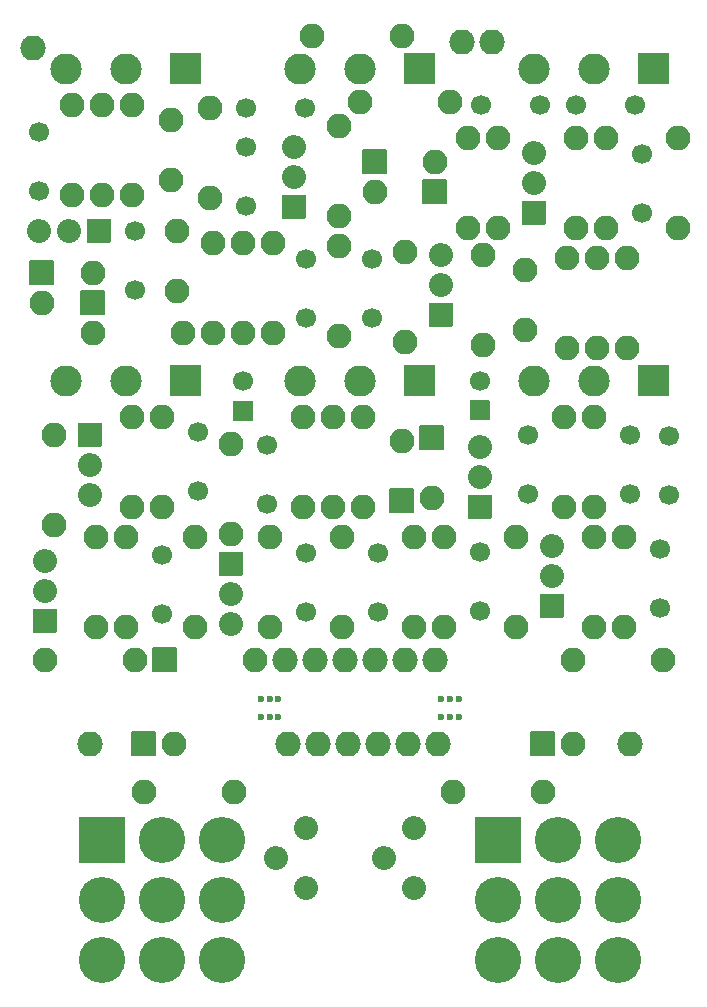
<source format=gbr>
G04 #@! TF.GenerationSoftware,KiCad,Pcbnew,(5.1.8-0-10_14)*
G04 #@! TF.CreationDate,2020-12-11T16:45:24+01:00*
G04 #@! TF.ProjectId,fluff,666c7566-662e-46b6-9963-61645f706362,rev?*
G04 #@! TF.SameCoordinates,Original*
G04 #@! TF.FileFunction,Soldermask,Bot*
G04 #@! TF.FilePolarity,Negative*
%FSLAX46Y46*%
G04 Gerber Fmt 4.6, Leading zero omitted, Abs format (unit mm)*
G04 Created by KiCad (PCBNEW (5.1.8-0-10_14)) date 2020-12-11 16:45:24*
%MOMM*%
%LPD*%
G01*
G04 APERTURE LIST*
%ADD10O,2.640000X2.640000*%
%ADD11C,0.600000*%
%ADD12O,3.916000X3.916000*%
%ADD13O,2.030400X2.030400*%
%ADD14O,2.100000X2.100000*%
%ADD15O,2.132000X2.132000*%
%ADD16C,1.700000*%
G04 APERTURE END LIST*
D10*
X95504000Y-166370000D03*
X100584000Y-166370000D03*
G36*
G01*
X106984000Y-165100000D02*
X106984000Y-167640000D01*
G75*
G02*
X106934000Y-167690000I-50000J0D01*
G01*
X104394000Y-167690000D01*
G75*
G02*
X104344000Y-167640000I0J50000D01*
G01*
X104344000Y-165100000D01*
G75*
G02*
X104394000Y-165050000I50000J0D01*
G01*
X106934000Y-165050000D01*
G75*
G02*
X106984000Y-165100000I0J-50000D01*
G01*
G37*
D11*
X93714000Y-194806000D03*
X92214000Y-194806000D03*
X92214000Y-193306000D03*
X93714000Y-193306000D03*
X92964000Y-194806000D03*
X92964000Y-193306000D03*
X108966000Y-194806000D03*
X107466000Y-194806000D03*
X107466000Y-193306000D03*
X108966000Y-193306000D03*
X108216000Y-194806000D03*
X108216000Y-193306000D03*
G36*
G01*
X114226000Y-203324000D02*
X114226000Y-207140000D01*
G75*
G02*
X114176000Y-207190000I-50000J0D01*
G01*
X110360000Y-207190000D01*
G75*
G02*
X110310000Y-207140000I0J50000D01*
G01*
X110310000Y-203324000D01*
G75*
G02*
X110360000Y-203274000I50000J0D01*
G01*
X114176000Y-203274000D01*
G75*
G02*
X114226000Y-203324000I0J-50000D01*
G01*
G37*
D12*
X112268000Y-210312000D03*
X112268000Y-215392000D03*
X117348000Y-205232000D03*
X117348000Y-210312000D03*
X117348000Y-215392000D03*
X122428000Y-205232000D03*
X122428000Y-210312000D03*
X122428000Y-215392000D03*
G36*
G01*
X80698000Y-203324000D02*
X80698000Y-207140000D01*
G75*
G02*
X80648000Y-207190000I-50000J0D01*
G01*
X76832000Y-207190000D01*
G75*
G02*
X76782000Y-207140000I0J50000D01*
G01*
X76782000Y-203324000D01*
G75*
G02*
X76832000Y-203274000I50000J0D01*
G01*
X80648000Y-203274000D01*
G75*
G02*
X80698000Y-203324000I0J-50000D01*
G01*
G37*
X78740000Y-210312000D03*
X78740000Y-215392000D03*
X83820000Y-205232000D03*
X83820000Y-210312000D03*
X83820000Y-215392000D03*
X88900000Y-205232000D03*
X88900000Y-210312000D03*
X88900000Y-215392000D03*
D10*
X115316000Y-166370000D03*
X120396000Y-166370000D03*
G36*
G01*
X126796000Y-165100000D02*
X126796000Y-167640000D01*
G75*
G02*
X126746000Y-167690000I-50000J0D01*
G01*
X124206000Y-167690000D01*
G75*
G02*
X124156000Y-167640000I0J50000D01*
G01*
X124156000Y-165100000D01*
G75*
G02*
X124206000Y-165050000I50000J0D01*
G01*
X126746000Y-165050000D01*
G75*
G02*
X126796000Y-165100000I0J-50000D01*
G01*
G37*
D13*
X105156000Y-204216000D03*
X102616000Y-206756000D03*
X105156000Y-209296000D03*
X96012000Y-204216000D03*
X93472000Y-206756000D03*
X96012000Y-209296000D03*
D10*
X95504000Y-139954000D03*
X100584000Y-139954000D03*
G36*
G01*
X106984000Y-138684000D02*
X106984000Y-141224000D01*
G75*
G02*
X106934000Y-141274000I-50000J0D01*
G01*
X104394000Y-141274000D01*
G75*
G02*
X104344000Y-141224000I0J50000D01*
G01*
X104344000Y-138684000D01*
G75*
G02*
X104394000Y-138634000I50000J0D01*
G01*
X106934000Y-138634000D01*
G75*
G02*
X106984000Y-138684000I0J-50000D01*
G01*
G37*
X75692000Y-166370000D03*
X80772000Y-166370000D03*
G36*
G01*
X87172000Y-165100000D02*
X87172000Y-167640000D01*
G75*
G02*
X87122000Y-167690000I-50000J0D01*
G01*
X84582000Y-167690000D01*
G75*
G02*
X84532000Y-167640000I0J50000D01*
G01*
X84532000Y-165100000D01*
G75*
G02*
X84582000Y-165050000I50000J0D01*
G01*
X87122000Y-165050000D01*
G75*
G02*
X87172000Y-165100000I0J-50000D01*
G01*
G37*
X115316000Y-139954000D03*
X120396000Y-139954000D03*
G36*
G01*
X126796000Y-138684000D02*
X126796000Y-141224000D01*
G75*
G02*
X126746000Y-141274000I-50000J0D01*
G01*
X124206000Y-141274000D01*
G75*
G02*
X124156000Y-141224000I0J50000D01*
G01*
X124156000Y-138684000D01*
G75*
G02*
X124206000Y-138634000I50000J0D01*
G01*
X126746000Y-138634000D01*
G75*
G02*
X126796000Y-138684000I0J-50000D01*
G01*
G37*
X75692000Y-139954000D03*
X80772000Y-139954000D03*
G36*
G01*
X87172000Y-138684000D02*
X87172000Y-141224000D01*
G75*
G02*
X87122000Y-141274000I-50000J0D01*
G01*
X84582000Y-141274000D01*
G75*
G02*
X84532000Y-141224000I0J50000D01*
G01*
X84532000Y-138684000D01*
G75*
G02*
X84582000Y-138634000I50000J0D01*
G01*
X87122000Y-138634000D01*
G75*
G02*
X87172000Y-138684000I0J-50000D01*
G01*
G37*
D14*
X123190000Y-155956000D03*
X123190000Y-163576000D03*
X126238000Y-189992000D03*
X118618000Y-189992000D03*
X113792000Y-179578000D03*
X113792000Y-187198000D03*
X107696000Y-187198000D03*
X107696000Y-179578000D03*
X108458000Y-201168000D03*
X116078000Y-201168000D03*
X122936000Y-179578000D03*
X122936000Y-187198000D03*
X120396000Y-179578000D03*
X120396000Y-187198000D03*
X76200000Y-143002000D03*
X76200000Y-150622000D03*
X89916000Y-201168000D03*
X82296000Y-201168000D03*
X96520000Y-137160000D03*
X104140000Y-137160000D03*
X98806000Y-152400000D03*
X98806000Y-144780000D03*
X78740000Y-143002000D03*
X78740000Y-150622000D03*
X87884000Y-143256000D03*
X87884000Y-150876000D03*
X90678000Y-162306000D03*
X90678000Y-154686000D03*
X118872000Y-145796000D03*
X118872000Y-153416000D03*
X121412000Y-145796000D03*
X121412000Y-153416000D03*
X93218000Y-162306000D03*
X93218000Y-154686000D03*
X98806000Y-162560000D03*
X98806000Y-154940000D03*
X104394000Y-155448000D03*
X104394000Y-163068000D03*
X120650000Y-155956000D03*
X120650000Y-163576000D03*
X81280000Y-150622000D03*
X81280000Y-143002000D03*
X88138000Y-154686000D03*
X88138000Y-162306000D03*
X127508000Y-145796000D03*
X127508000Y-153416000D03*
X120396000Y-169418000D03*
X120396000Y-177038000D03*
X118110000Y-163576000D03*
X118110000Y-155956000D03*
X112268000Y-145796000D03*
X112268000Y-153416000D03*
X109728000Y-153416000D03*
X109728000Y-145796000D03*
X100584000Y-142748000D03*
X108204000Y-142748000D03*
X85598000Y-162306000D03*
X77978000Y-162306000D03*
X110998000Y-155702000D03*
X110998000Y-163322000D03*
X117856000Y-169418000D03*
X117856000Y-177038000D03*
X83820000Y-169418000D03*
X83820000Y-177038000D03*
X81534000Y-189992000D03*
X73914000Y-189992000D03*
X80772000Y-187198000D03*
X80772000Y-179578000D03*
X86614000Y-179578000D03*
X86614000Y-187198000D03*
X92964000Y-179578000D03*
X92964000Y-187198000D03*
X105156000Y-179578000D03*
X105156000Y-187198000D03*
X100838000Y-169418000D03*
X100838000Y-177038000D03*
X95758000Y-169418000D03*
X95758000Y-177038000D03*
X99060000Y-187198000D03*
X99060000Y-179578000D03*
X98298000Y-177038000D03*
X98298000Y-169418000D03*
X89662000Y-171704000D03*
X89662000Y-179324000D03*
X81280000Y-169418000D03*
X81280000Y-177038000D03*
X74676000Y-178562000D03*
X74676000Y-170942000D03*
X78232000Y-179578000D03*
X78232000Y-187198000D03*
D13*
X116840000Y-180340000D03*
X116840000Y-182880000D03*
G36*
G01*
X115874800Y-184404800D02*
X117805200Y-184404800D01*
G75*
G02*
X117855200Y-184454800I0J-50000D01*
G01*
X117855200Y-186385200D01*
G75*
G02*
X117805200Y-186435200I-50000J0D01*
G01*
X115874800Y-186435200D01*
G75*
G02*
X115824800Y-186385200I0J50000D01*
G01*
X115824800Y-184454800D01*
G75*
G02*
X115874800Y-184404800I50000J0D01*
G01*
G37*
X94996000Y-146558000D03*
X94996000Y-149098000D03*
G36*
G01*
X94030800Y-150622800D02*
X95961200Y-150622800D01*
G75*
G02*
X96011200Y-150672800I0J-50000D01*
G01*
X96011200Y-152603200D01*
G75*
G02*
X95961200Y-152653200I-50000J0D01*
G01*
X94030800Y-152653200D01*
G75*
G02*
X93980800Y-152603200I0J50000D01*
G01*
X93980800Y-150672800D01*
G75*
G02*
X94030800Y-150622800I50000J0D01*
G01*
G37*
X73406000Y-153670000D03*
X75946000Y-153670000D03*
G36*
G01*
X77470800Y-154635200D02*
X77470800Y-152704800D01*
G75*
G02*
X77520800Y-152654800I50000J0D01*
G01*
X79451200Y-152654800D01*
G75*
G02*
X79501200Y-152704800I0J-50000D01*
G01*
X79501200Y-154635200D01*
G75*
G02*
X79451200Y-154685200I-50000J0D01*
G01*
X77520800Y-154685200D01*
G75*
G02*
X77470800Y-154635200I0J50000D01*
G01*
G37*
X115316000Y-147066000D03*
X115316000Y-149606000D03*
G36*
G01*
X114350800Y-151130800D02*
X116281200Y-151130800D01*
G75*
G02*
X116331200Y-151180800I0J-50000D01*
G01*
X116331200Y-153111200D01*
G75*
G02*
X116281200Y-153161200I-50000J0D01*
G01*
X114350800Y-153161200D01*
G75*
G02*
X114300800Y-153111200I0J50000D01*
G01*
X114300800Y-151180800D01*
G75*
G02*
X114350800Y-151130800I50000J0D01*
G01*
G37*
X107442000Y-155702000D03*
X107442000Y-158242000D03*
G36*
G01*
X106476800Y-159766800D02*
X108407200Y-159766800D01*
G75*
G02*
X108457200Y-159816800I0J-50000D01*
G01*
X108457200Y-161747200D01*
G75*
G02*
X108407200Y-161797200I-50000J0D01*
G01*
X106476800Y-161797200D01*
G75*
G02*
X106426800Y-161747200I0J50000D01*
G01*
X106426800Y-159816800D01*
G75*
G02*
X106476800Y-159766800I50000J0D01*
G01*
G37*
X73914000Y-181610000D03*
X73914000Y-184150000D03*
G36*
G01*
X72948800Y-185674800D02*
X74879200Y-185674800D01*
G75*
G02*
X74929200Y-185724800I0J-50000D01*
G01*
X74929200Y-187655200D01*
G75*
G02*
X74879200Y-187705200I-50000J0D01*
G01*
X72948800Y-187705200D01*
G75*
G02*
X72898800Y-187655200I0J50000D01*
G01*
X72898800Y-185724800D01*
G75*
G02*
X72948800Y-185674800I50000J0D01*
G01*
G37*
G36*
G01*
X88696800Y-180848800D02*
X90627200Y-180848800D01*
G75*
G02*
X90677200Y-180898800I0J-50000D01*
G01*
X90677200Y-182829200D01*
G75*
G02*
X90627200Y-182879200I-50000J0D01*
G01*
X88696800Y-182879200D01*
G75*
G02*
X88646800Y-182829200I0J50000D01*
G01*
X88646800Y-180898800D01*
G75*
G02*
X88696800Y-180848800I50000J0D01*
G01*
G37*
X89662000Y-184404000D03*
X89662000Y-186944000D03*
X110744000Y-171958000D03*
X110744000Y-174498000D03*
G36*
G01*
X109778800Y-176022800D02*
X111709200Y-176022800D01*
G75*
G02*
X111759200Y-176072800I0J-50000D01*
G01*
X111759200Y-178003200D01*
G75*
G02*
X111709200Y-178053200I-50000J0D01*
G01*
X109778800Y-178053200D01*
G75*
G02*
X109728800Y-178003200I0J50000D01*
G01*
X109728800Y-176072800D01*
G75*
G02*
X109778800Y-176022800I50000J0D01*
G01*
G37*
X77724000Y-176022000D03*
X77724000Y-173482000D03*
G36*
G01*
X78689200Y-171957200D02*
X76758800Y-171957200D01*
G75*
G02*
X76708800Y-171907200I0J50000D01*
G01*
X76708800Y-169976800D01*
G75*
G02*
X76758800Y-169926800I50000J0D01*
G01*
X78689200Y-169926800D01*
G75*
G02*
X78739200Y-169976800I0J-50000D01*
G01*
X78739200Y-171907200D01*
G75*
G02*
X78689200Y-171957200I-50000J0D01*
G01*
G37*
D15*
X123444000Y-197104000D03*
X99568000Y-197104000D03*
X104394000Y-189992000D03*
X106934000Y-189992000D03*
X94488000Y-197104000D03*
X104648000Y-197104000D03*
X102108000Y-197104000D03*
X97028000Y-197104000D03*
X109220000Y-137668000D03*
X111760000Y-137668000D03*
X77724000Y-197104000D03*
X107188000Y-197104000D03*
X94234000Y-189992000D03*
X72898000Y-138176000D03*
X99314000Y-189992000D03*
X101854000Y-189992000D03*
X96774000Y-189992000D03*
D14*
X118618000Y-197104000D03*
G36*
G01*
X115028000Y-198104000D02*
X115028000Y-196104000D01*
G75*
G02*
X115078000Y-196054000I50000J0D01*
G01*
X117078000Y-196054000D01*
G75*
G02*
X117128000Y-196104000I0J-50000D01*
G01*
X117128000Y-198104000D01*
G75*
G02*
X117078000Y-198154000I-50000J0D01*
G01*
X115078000Y-198154000D01*
G75*
G02*
X115028000Y-198104000I0J50000D01*
G01*
G37*
G36*
G01*
X100804000Y-148828000D02*
X100804000Y-146828000D01*
G75*
G02*
X100854000Y-146778000I50000J0D01*
G01*
X102854000Y-146778000D01*
G75*
G02*
X102904000Y-146828000I0J-50000D01*
G01*
X102904000Y-148828000D01*
G75*
G02*
X102854000Y-148878000I-50000J0D01*
G01*
X100854000Y-148878000D01*
G75*
G02*
X100804000Y-148828000I0J50000D01*
G01*
G37*
X106934000Y-147828000D03*
X84836000Y-197104000D03*
G36*
G01*
X81246000Y-198104000D02*
X81246000Y-196104000D01*
G75*
G02*
X81296000Y-196054000I50000J0D01*
G01*
X83296000Y-196054000D01*
G75*
G02*
X83346000Y-196104000I0J-50000D01*
G01*
X83346000Y-198104000D01*
G75*
G02*
X83296000Y-198154000I-50000J0D01*
G01*
X81296000Y-198154000D01*
G75*
G02*
X81246000Y-198104000I0J50000D01*
G01*
G37*
G36*
G01*
X83024000Y-190992000D02*
X83024000Y-188992000D01*
G75*
G02*
X83074000Y-188942000I50000J0D01*
G01*
X85074000Y-188942000D01*
G75*
G02*
X85124000Y-188992000I0J-50000D01*
G01*
X85124000Y-190992000D01*
G75*
G02*
X85074000Y-191042000I-50000J0D01*
G01*
X83074000Y-191042000D01*
G75*
G02*
X83024000Y-190992000I0J50000D01*
G01*
G37*
X91694000Y-189992000D03*
X73660000Y-159766000D03*
G36*
G01*
X72660000Y-156176000D02*
X74660000Y-156176000D01*
G75*
G02*
X74710000Y-156226000I0J-50000D01*
G01*
X74710000Y-158226000D01*
G75*
G02*
X74660000Y-158276000I-50000J0D01*
G01*
X72660000Y-158276000D01*
G75*
G02*
X72610000Y-158226000I0J50000D01*
G01*
X72610000Y-156226000D01*
G75*
G02*
X72660000Y-156176000I50000J0D01*
G01*
G37*
G36*
G01*
X107984000Y-149368000D02*
X107984000Y-151368000D01*
G75*
G02*
X107934000Y-151418000I-50000J0D01*
G01*
X105934000Y-151418000D01*
G75*
G02*
X105884000Y-151368000I0J50000D01*
G01*
X105884000Y-149368000D01*
G75*
G02*
X105934000Y-149318000I50000J0D01*
G01*
X107934000Y-149318000D01*
G75*
G02*
X107984000Y-149368000I0J-50000D01*
G01*
G37*
X101854000Y-150368000D03*
X77978000Y-157226000D03*
G36*
G01*
X78978000Y-160816000D02*
X76978000Y-160816000D01*
G75*
G02*
X76928000Y-160766000I0J50000D01*
G01*
X76928000Y-158766000D01*
G75*
G02*
X76978000Y-158716000I50000J0D01*
G01*
X78978000Y-158716000D01*
G75*
G02*
X79028000Y-158766000I0J-50000D01*
G01*
X79028000Y-160766000D01*
G75*
G02*
X78978000Y-160816000I-50000J0D01*
G01*
G37*
G36*
G01*
X105140000Y-177580000D02*
X103140000Y-177580000D01*
G75*
G02*
X103090000Y-177530000I0J50000D01*
G01*
X103090000Y-175530000D01*
G75*
G02*
X103140000Y-175480000I50000J0D01*
G01*
X105140000Y-175480000D01*
G75*
G02*
X105190000Y-175530000I0J-50000D01*
G01*
X105190000Y-177530000D01*
G75*
G02*
X105140000Y-177580000I-50000J0D01*
G01*
G37*
X104140000Y-171450000D03*
G36*
G01*
X105680000Y-170146000D02*
X107680000Y-170146000D01*
G75*
G02*
X107730000Y-170196000I0J-50000D01*
G01*
X107730000Y-172196000D01*
G75*
G02*
X107680000Y-172246000I-50000J0D01*
G01*
X105680000Y-172246000D01*
G75*
G02*
X105630000Y-172196000I0J50000D01*
G01*
X105630000Y-170196000D01*
G75*
G02*
X105680000Y-170146000I50000J0D01*
G01*
G37*
X106680000Y-176276000D03*
D16*
X110744000Y-180848000D03*
X110744000Y-185848000D03*
X125984000Y-180594000D03*
X125984000Y-185594000D03*
X73406000Y-150288000D03*
X73406000Y-145288000D03*
D14*
X85090000Y-153670000D03*
X85090000Y-158750000D03*
D16*
X114808000Y-175942000D03*
X114808000Y-170942000D03*
X126746000Y-171022000D03*
X126746000Y-176022000D03*
X115824000Y-143002000D03*
X110824000Y-143002000D03*
X95932000Y-143256000D03*
X90932000Y-143256000D03*
X96012000Y-156036000D03*
X96012000Y-161036000D03*
X123872000Y-143002000D03*
X118872000Y-143002000D03*
X123444000Y-175942000D03*
X123444000Y-170942000D03*
D14*
X84582000Y-149352000D03*
X84582000Y-144272000D03*
D16*
X124460000Y-147146000D03*
X124460000Y-152146000D03*
X81534000Y-153670000D03*
X81534000Y-158670000D03*
X90932000Y-151558000D03*
X90932000Y-146558000D03*
X101600000Y-156036000D03*
X101600000Y-161036000D03*
D14*
X114554000Y-162052000D03*
X114554000Y-156972000D03*
D16*
X90678000Y-166410000D03*
G36*
G01*
X91478000Y-169760000D02*
X89878000Y-169760000D01*
G75*
G02*
X89828000Y-169710000I0J50000D01*
G01*
X89828000Y-168110000D01*
G75*
G02*
X89878000Y-168060000I50000J0D01*
G01*
X91478000Y-168060000D01*
G75*
G02*
X91528000Y-168110000I0J-50000D01*
G01*
X91528000Y-169710000D01*
G75*
G02*
X91478000Y-169760000I-50000J0D01*
G01*
G37*
X110744000Y-166370000D03*
G36*
G01*
X111544000Y-169720000D02*
X109944000Y-169720000D01*
G75*
G02*
X109894000Y-169670000I0J50000D01*
G01*
X109894000Y-168070000D01*
G75*
G02*
X109944000Y-168020000I50000J0D01*
G01*
X111544000Y-168020000D01*
G75*
G02*
X111594000Y-168070000I0J-50000D01*
G01*
X111594000Y-169670000D01*
G75*
G02*
X111544000Y-169720000I-50000J0D01*
G01*
G37*
X86868000Y-175688000D03*
X86868000Y-170688000D03*
X83820000Y-186102000D03*
X83820000Y-181102000D03*
X102108000Y-180928000D03*
X102108000Y-185928000D03*
X96012000Y-180928000D03*
X96012000Y-185928000D03*
X92710000Y-171784000D03*
X92710000Y-176784000D03*
M02*

</source>
